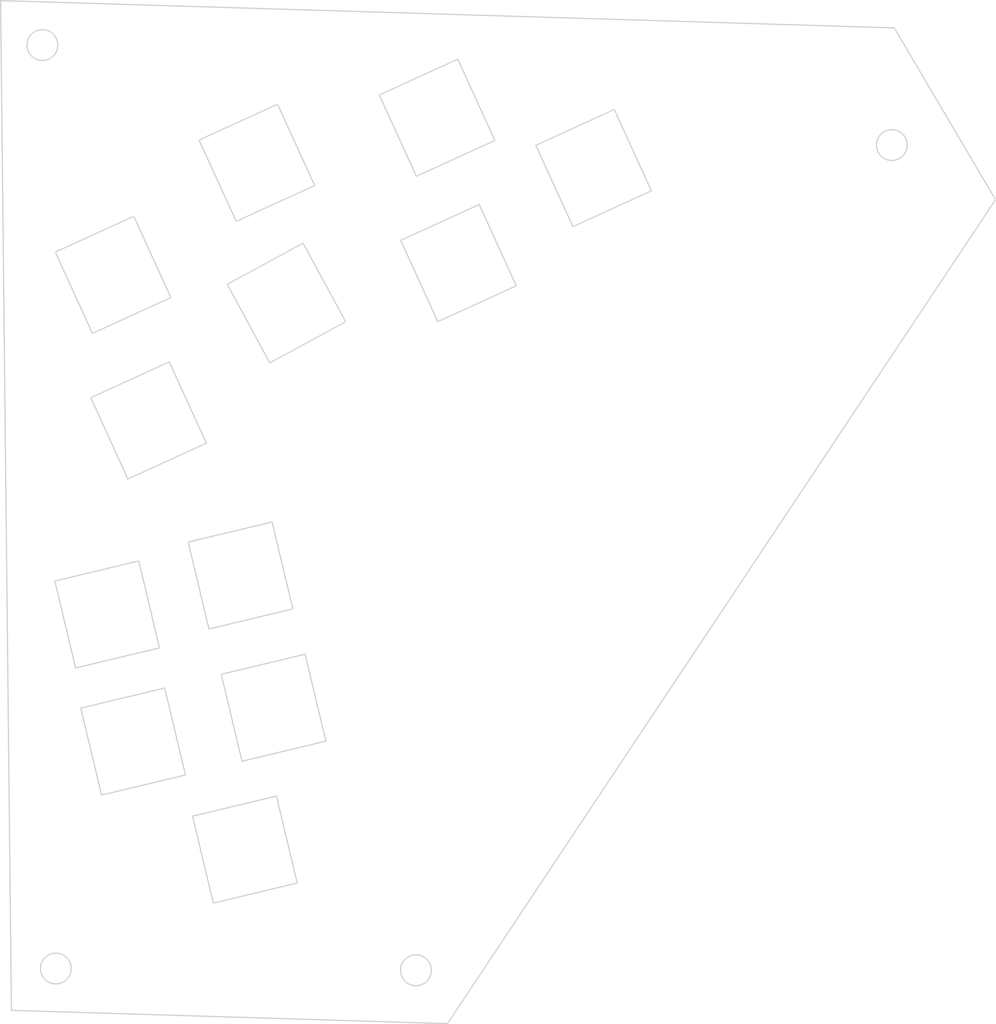
<source format=kicad_pcb>
(kicad_pcb
	(version 20240108)
	(generator "pcbnew")
	(generator_version "8.0")
	(general
		(thickness 1.6)
		(legacy_teardrops no)
	)
	(paper "A4")
	(layers
		(0 "F.Cu" signal)
		(31 "B.Cu" signal)
		(32 "B.Adhes" user "B.Adhesive")
		(33 "F.Adhes" user "F.Adhesive")
		(34 "B.Paste" user)
		(35 "F.Paste" user)
		(36 "B.SilkS" user "B.Silkscreen")
		(37 "F.SilkS" user "F.Silkscreen")
		(38 "B.Mask" user)
		(39 "F.Mask" user)
		(40 "Dwgs.User" user "User.Drawings")
		(41 "Cmts.User" user "User.Comments")
		(42 "Eco1.User" user "User.Eco1")
		(43 "Eco2.User" user "User.Eco2")
		(44 "Edge.Cuts" user)
		(45 "Margin" user)
		(46 "B.CrtYd" user "B.Courtyard")
		(47 "F.CrtYd" user "F.Courtyard")
		(48 "B.Fab" user)
		(49 "F.Fab" user)
		(50 "User.1" user)
		(51 "User.2" user)
		(52 "User.3" user)
		(53 "User.4" user)
		(54 "User.5" user)
		(55 "User.6" user)
		(56 "User.7" user)
		(57 "User.8" user)
		(58 "User.9" user)
	)
	(setup
		(pad_to_mask_clearance 0)
		(allow_soldermask_bridges_in_footprints no)
		(pcbplotparams
			(layerselection 0x00010fc_ffffffff)
			(plot_on_all_layers_selection 0x0001000_80000001)
			(disableapertmacros no)
			(usegerberextensions yes)
			(usegerberattributes no)
			(usegerberadvancedattributes no)
			(creategerberjobfile no)
			(dashed_line_dash_ratio 12.000000)
			(dashed_line_gap_ratio 3.000000)
			(svgprecision 4)
			(plotframeref no)
			(viasonmask no)
			(mode 1)
			(useauxorigin no)
			(hpglpennumber 1)
			(hpglpenspeed 20)
			(hpglpendiameter 15.000000)
			(pdf_front_fp_property_popups yes)
			(pdf_back_fp_property_popups yes)
			(dxfpolygonmode yes)
			(dxfimperialunits yes)
			(dxfusepcbnewfont yes)
			(psnegative no)
			(psa4output no)
			(plotreference yes)
			(plotvalue no)
			(plotfptext yes)
			(plotinvisibletext no)
			(sketchpadsonfab no)
			(subtractmaskfromsilk yes)
			(outputformat 1)
			(mirror no)
			(drillshape 0)
			(scaleselection 1)
			(outputdirectory "")
		)
	)
	(net 0 "")
	(gr_line
		(start 187.797081 25.626829)
		(end 42.76 21.2)
		(stroke
			(width 0.2)
			(type default)
		)
		(layer "Edge.Cuts")
		(uuid "0829c711-b2e6-4c63-9f38-a42dbcabd00c")
	)
	(gr_line
		(start 79.542127 67.223389)
		(end 91.853748 60.558256)
		(stroke
			(width 0.2)
			(type default)
		)
		(layer "Edge.Cuts")
		(uuid "0936d300-8fab-4ac2-b880-5544562ba22e")
	)
	(gr_line
		(start 76.574077 123.152633)
		(end 73.198652 109.050979)
		(stroke
			(width 0.2)
			(type default)
		)
		(layer "Edge.Cuts")
		(uuid "0ba263c9-b652-42ea-9bed-03a16301ff77")
	)
	(gr_line
		(start 98.756926 73.309578)
		(end 86.445301 79.97471)
		(stroke
			(width 0.2)
			(type default)
		)
		(layer "Edge.Cuts")
		(uuid "0dc2f1f1-b92f-44d5-8224-ca0f9e235c12")
	)
	(gr_line
		(start 73.908464 153.522688)
		(end 87.523851 150.263648)
		(stroke
			(width 0.2)
			(type default)
		)
		(layer "Edge.Cuts")
		(uuid "16fabfb7-800f-4e6d-bf66-e3d3626a42a3")
	)
	(gr_line
		(start 116.954027 30.695009)
		(end 122.97392 43.886325)
		(stroke
			(width 0.2)
			(type default)
		)
		(layer "Edge.Cuts")
		(uuid "1b01238d-8665-4e87-beb1-cfd4015f4434")
	)
	(gr_line
		(start 95.55246 141.348816)
		(end 81.937075 144.607849)
		(stroke
			(width 0.2)
			(type default)
		)
		(layer "Edge.Cuts")
		(uuid "1fb1e494-cc15-4299-bd22-c2d4de9764ed")
	)
	(gr_line
		(start 51.56021 115.373767)
		(end 65.175594 112.114737)
		(stroke
			(width 0.2)
			(type default)
		)
		(layer "Edge.Cuts")
		(uuid "26d4be3b-08a2-425e-891d-ac1783b621b4")
	)
	(gr_line
		(start 87.523851 150.263648)
		(end 90.899271 164.365301)
		(stroke
			(width 0.2)
			(type default)
		)
		(layer "Edge.Cuts")
		(uuid "2a19e992-32c0-4994-a943-608f7fb0a193")
	)
	(gr_circle
		(center 49.543187 28.410297)
		(end 52.043187 28.410297)
		(stroke
			(width 0.2)
			(type default)
		)
		(fill none)
		(layer "Edge.Cuts")
		(uuid "2a28ee3b-d2ae-40cb-8d35-8d70a7fd12c1")
	)
	(gr_line
		(start 104.217583 36.507319)
		(end 116.954027 30.695009)
		(stroke
			(width 0.2)
			(type default)
		)
		(layer "Edge.Cuts")
		(uuid "339a25d7-c93c-4df1-9028-207c1de15256")
	)
	(gr_line
		(start 93.726445 51.202146)
		(end 80.99 57.014457)
		(stroke
			(width 0.2)
			(type default)
		)
		(layer "Edge.Cuts")
		(uuid "391df90c-eb9a-4b0e-871c-af5bfdbed778")
	)
	(gr_line
		(start 80.99 57.014457)
		(end 74.970107 43.823138)
		(stroke
			(width 0.2)
			(type default)
		)
		(layer "Edge.Cuts")
		(uuid "3c16432f-c9e6-483d-a403-9b1e2c36a347")
	)
	(gr_line
		(start 74.970107 43.823138)
		(end 87.706552 38.010826)
		(stroke
			(width 0.2)
			(type default)
		)
		(layer "Edge.Cuts")
		(uuid "5034f83b-a8c2-42af-8446-4ef091534705")
	)
	(gr_line
		(start 204.228913 53.489499)
		(end 187.797081 25.626829)
		(stroke
			(width 0.2)
			(type default)
		)
		(layer "Edge.Cuts")
		(uuid "5054877a-900f-4508-8672-83084f0bee36")
	)
	(gr_line
		(start 51.637381 61.998048)
		(end 64.373825 56.185738)
		(stroke
			(width 0.2)
			(type default)
		)
		(layer "Edge.Cuts")
		(uuid "515a147d-4f12-49cd-8b3e-4b43cb399420")
	)
	(gr_line
		(start 69.384226 132.735546)
		(end 72.75966 146.837194)
		(stroke
			(width 0.2)
			(type default)
		)
		(layer "Edge.Cuts")
		(uuid "52f4ffff-c1fb-4180-8a90-35cb0f289d11")
	)
	(gr_line
		(start 142.355867 38.866236)
		(end 148.375761 52.057557)
		(stroke
			(width 0.2)
			(type default)
		)
		(layer "Edge.Cuts")
		(uuid "60d81730-e140-4446-8095-056c1b026aef")
	)
	(gr_line
		(start 73.198652 109.050979)
		(end 86.814034 105.791947)
		(stroke
			(width 0.2)
			(type default)
		)
		(layer "Edge.Cuts")
		(uuid "642b22ab-ac12-473c-84e3-78c98f5fc63c")
	)
	(gr_line
		(start 57.394065 85.626742)
		(end 70.13051 79.814432)
		(stroke
			(width 0.2)
			(type default)
		)
		(layer "Edge.Cuts")
		(uuid "65a56703-990b-4a96-ab23-89b55d496e14")
	)
	(gr_line
		(start 86.814034 105.791947)
		(end 90.189463 119.893602)
		(stroke
			(width 0.2)
			(type default)
		)
		(layer "Edge.Cuts")
		(uuid "68df3b37-88eb-4fda-9e40-0b9e8e09487a")
	)
	(gr_line
		(start 70.393718 69.377056)
		(end 57.657275 75.189366)
		(stroke
			(width 0.2)
			(type default)
		)
		(layer "Edge.Cuts")
		(uuid "6e98b5e5-753c-4e06-80d2-ec570d00fb20")
	)
	(gr_line
		(start 70.13051 79.814432)
		(end 76.150405 93.005751)
		(stroke
			(width 0.2)
			(type default)
		)
		(layer "Edge.Cuts")
		(uuid "77867c56-c135-4ba5-985d-3c91ef8c0f6f")
	)
	(gr_line
		(start 148.375761 52.057557)
		(end 135.639313 57.869867)
		(stroke
			(width 0.2)
			(type default)
		)
		(layer "Edge.Cuts")
		(uuid "7b39397c-5967-42d0-9001-1b9cdc07b210")
	)
	(gr_line
		(start 44.513433 185.027642)
		(end 115.275967 187.18746)
		(stroke
			(width 0.2)
			(type default)
		)
		(layer "Edge.Cuts")
		(uuid "8bfe8ea3-5b43-4c8f-ac7f-88b71203e899")
	)
	(gr_line
		(start 64.373825 56.185738)
		(end 70.393718 69.377056)
		(stroke
			(width 0.2)
			(type default)
		)
		(layer "Edge.Cuts")
		(uuid "9a20b38f-9b26-4445-8d52-e53c4ab4b6ee")
	)
	(gr_line
		(start 86.445301 79.97471)
		(end 79.542127 67.223389)
		(stroke
			(width 0.2)
			(type default)
		)
		(layer "Edge.Cuts")
		(uuid "a32317d8-941c-49df-bb4a-0bf2ec39b110")
	)
	(gr_line
		(start 55.768844 135.994583)
		(end 69.384226 132.735546)
		(stroke
			(width 0.2)
			(type default)
		)
		(layer "Edge.Cuts")
		(uuid "a56194b2-111c-4906-927e-e31b758ae35e")
	)
	(gr_circle
		(center 187.399358 44.638048)
		(end 189.899358 44.638048)
		(stroke
			(width 0.2)
			(type default)
		)
		(fill none)
		(layer "Edge.Cuts")
		(uuid "a74aced1-bc6f-47d8-a280-b0d80f7e76e3")
	)
	(gr_line
		(start 129.619424 44.678548)
		(end 142.355867 38.866236)
		(stroke
			(width 0.2)
			(type default)
		)
		(layer "Edge.Cuts")
		(uuid "ac5c099e-bb46-4c2f-92a3-56c6c7c58021")
	)
	(gr_line
		(start 65.175594 112.114737)
		(end 68.551017 126.216388)
		(stroke
			(width 0.2)
			(type default)
		)
		(layer "Edge.Cuts")
		(uuid "ad9ce6a6-48d9-49ff-92e6-01071dda5981")
	)
	(gr_line
		(start 42.76 21.2)
		(end 44.513433 185.027642)
		(stroke
			(width 0.2)
			(type default)
		)
		(layer "Edge.Cuts")
		(uuid "b4ac2fff-b1f3-420b-8f81-787e63c0bd6e")
	)
	(gr_line
		(start 113.711609 73.285549)
		(end 107.691714 60.094231)
		(stroke
			(width 0.2)
			(type default)
		)
		(layer "Edge.Cuts")
		(uuid "b693e86e-e74f-4808-9c94-1071e405cd82")
	)
	(gr_line
		(start 76.150405 93.005751)
		(end 63.413953 98.818063)
		(stroke
			(width 0.2)
			(type default)
		)
		(layer "Edge.Cuts")
		(uuid "b83210b6-46cc-4efa-853f-eb320ee2cfb6")
	)
	(gr_circle
		(center 110.167268 178.524883)
		(end 112.667268 178.524883)
		(stroke
			(width 0.2)
			(type default)
		)
		(fill none)
		(layer "Edge.Cuts")
		(uuid "c195915f-4048-4167-98d2-948e061a1dd7")
	)
	(gr_line
		(start 90.899271 164.365301)
		(end 77.283889 167.624338)
		(stroke
			(width 0.2)
			(type default)
		)
		(layer "Edge.Cuts")
		(uuid "c36c8c30-8669-47b7-a1ec-2fccb61cef3a")
	)
	(gr_line
		(start 126.448052 67.473238)
		(end 113.711609 73.285549)
		(stroke
			(width 0.2)
			(type default)
		)
		(layer "Edge.Cuts")
		(uuid "c7aa35c1-7368-43bb-ad5c-9028c6889735")
	)
	(gr_line
		(start 72.75966 146.837194)
		(end 59.144278 150.096227)
		(stroke
			(width 0.2)
			(type default)
		)
		(layer "Edge.Cuts")
		(uuid "c80a030a-8102-4fd8-ae88-c1cd61d7cead")
	)
	(gr_line
		(start 110.237478 49.698635)
		(end 104.217583 36.507319)
		(stroke
			(width 0.2)
			(type default)
		)
		(layer "Edge.Cuts")
		(uuid "c8eef906-f3f3-4c1f-ba0b-31a2ace7cbcf")
	)
	(gr_line
		(start 59.144278 150.096227)
		(end 55.768844 135.994583)
		(stroke
			(width 0.2)
			(type default)
		)
		(layer "Edge.Cuts")
		(uuid "cce1e175-733d-403e-8a27-4dad3f1830bf")
	)
	(gr_line
		(start 87.706552 38.010826)
		(end 93.726445 51.202146)
		(stroke
			(width 0.2)
			(type default)
		)
		(layer "Edge.Cuts")
		(uuid "cd84b8e2-794b-4348-ab56-dec20db803fe")
	)
	(gr_line
		(start 92.177028 127.24717)
		(end 95.55246 141.348816)
		(stroke
			(width 0.2)
			(type default)
		)
		(layer "Edge.Cuts")
		(uuid "cfa46d90-df4d-4a03-8e5e-4160d6144535")
	)
	(gr_line
		(start 77.283889 167.624338)
		(end 73.908464 153.522688)
		(stroke
			(width 0.2)
			(type default)
		)
		(layer "Edge.Cuts")
		(uuid "d2e23a3b-2a00-499f-a43c-06fed4d5743a")
	)
	(gr_line
		(start 63.413953 98.818063)
		(end 57.394065 85.626742)
		(stroke
			(width 0.2)
			(type default)
		)
		(layer "Edge.Cuts")
		(uuid "d5393801-611b-4f8e-954c-a05003bc0049")
	)
	(gr_line
		(start 115.275967 187.18746)
		(end 204.228913 53.489499)
		(stroke
			(width 0.2)
			(type default)
		)
		(layer "Edge.Cuts")
		(uuid "d71ab1cc-3c3f-46de-9bde-b79bc3d2ccc0")
	)
	(gr_line
		(start 57.657275 75.189366)
		(end 51.637381 61.998048)
		(stroke
			(width 0.2)
			(type default)
		)
		(layer "Edge.Cuts")
		(uuid "da2f3c94-3ca0-495a-ac97-e9ecd44fa2f8")
	)
	(gr_line
		(start 120.428163 54.281921)
		(end 126.448052 67.473238)
		(stroke
			(width 0.2)
			(type default)
		)
		(layer "Edge.Cuts")
		(uuid "dbc01e47-c60b-4e28-b37c-f978847a4be1")
	)
	(gr_line
		(start 91.853748 60.558256)
		(end 98.756926 73.309578)
		(stroke
			(width 0.2)
			(type default)
		)
		(layer "Edge.Cuts")
		(uuid "e37e7d09-57f8-467b-82a3-6dc2d837826e")
	)
	(gr_line
		(start 78.561646 130.506198)
		(end 92.177028 127.24717)
		(stroke
			(width 0.2)
			(type default)
		)
		(layer "Edge.Cuts")
		(uuid "e66d2915-2054-4c01-9669-6403a6dd4580")
	)
	(gr_line
		(start 81.937075 144.607849)
		(end 78.561646 130.506198)
		(stroke
			(width 0.2)
			(type default)
		)
		(layer "Edge.Cuts")
		(uuid "e6a89667-72d8-45d1-bb5f-347727639913")
	)
	(gr_line
		(start 107.691714 60.094231)
		(end 120.428163 54.281921)
		(stroke
			(width 0.2)
			(type default)
		)
		(layer "Edge.Cuts")
		(uuid "eab367cc-1378-4aab-8e26-89fec483442b")
	)
	(gr_line
		(start 54.935633 129.47542)
		(end 51.56021 115.373767)
		(stroke
			(width 0.2)
			(type default)
		)
		(layer "Edge.Cuts")
		(uuid "ec6cfc93-f1e5-48f1-95ef-a369dbf0a6a5")
	)
	(gr_line
		(start 122.97392 43.886325)
		(end 110.237478 49.698635)
		(stroke
			(width 0.2)
			(type default)
		)
		(layer "Edge.Cuts")
		(uuid "ef12cfcf-461b-433c-8a9d-dcd856c5f750")
	)
	(gr_line
		(start 68.551017 126.216388)
		(end 54.935633 129.47542)
		(stroke
			(width 0.2)
			(type default)
		)
		(layer "Edge.Cuts")
		(uuid "ef23de8e-29ad-4b1e-afe4-213777507934")
	)
	(gr_line
		(start 135.639313 57.869867)
		(end 129.619424 44.678548)
		(stroke
			(width 0.2)
			(type default)
		)
		(layer "Edge.Cuts")
		(uuid "f26b01f8-6e86-4681-a803-a7a3bbf21a97")
	)
	(gr_circle
		(center 51.723729 178.244455)
		(end 54.223729 178.244455)
		(stroke
			(width 0.2)
			(type default)
		)
		(fill none)
		(layer "Edge.Cuts")
		(uuid "fcda1bc6-cb5c-4c60-94b9-d8b7de48ab99")
	)
	(gr_line
		(start 90.189463 119.893602)
		(end 76.574077 123.152633)
		(stroke
			(width 0.2)
			(type default)
		)
		(layer "Edge.Cuts")
		(uuid "ff1c37c4-2981-42da-b8a4-504d4b370175")
	)
	(group ""
		(uuid "bc9dda83-225f-499b-a34d-859de1dba9b1")
		(members "0829c711-b2e6-4c63-9f38-a42dbcabd00c" "0936d300-8fab-4ac2-b880-5544562ba22e"
			"0ba263c9-b652-42ea-9bed-03a16301ff77" "0dc2f1f1-b92f-44d5-8224-ca0f9e235c12"
			"16fabfb7-800f-4e6d-bf66-e3d3626a42a3" "1b01238d-8665-4e87-beb1-cfd4015f4434"
			"1fb1e494-cc15-4299-bd22-c2d4de9764ed" "26d4be3b-08a2-425e-891d-ac1783b621b4"
			"2a19e992-32c0-4994-a943-608f7fb0a193" "2a28ee3b-d2ae-40cb-8d35-8d70a7fd12c1"
			"339a25d7-c93c-4df1-9028-207c1de15256" "391df90c-eb9a-4b0e-871c-af5bfdbed778"
			"3c16432f-c9e6-483d-a403-9b1e2c36a347" "5034f83b-a8c2-42af-8446-4ef091534705"
			"5054877a-900f-4508-8672-83084f0bee36" "515a147d-4f12-49cd-8b3e-4b43cb399420"
			"52f4ffff-c1fb-4180-8a90-35cb0f289d11" "60d81730-e140-4446-8095-056c1b026aef"
			"642b22ab-ac12-473c-84e3-78c98f5fc63c" "65a56703-990b-4a96-ab23-89b55d496e14"
			"68df3b37-88eb-4fda-9e40-0b9e8e09487a" "6e98b5e5-753c-4e06-80d2-ec570d00fb20"
			"77867c56-c135-4ba5-985d-3c91ef8c0f6f" "7b39397c-5967-42d0-9001-1b9cdc07b210"
			"8bfe8ea3-5b43-4c8f-ac7f-88b71203e899" "9a20b38f-9b26-4445-8d52-e53c4ab4b6ee"
			"a32317d8-941c-49df-bb4a-0bf2ec39b110" "a56194b2-111c-4906-927e-e31b758ae35e"
			"a74aced1-bc6f-47d8-a280-b0d80f7e76e3" "ac5c099e-bb46-4c2f-92a3-56c6c7c58021"
			"ad9ce6a6-48d9-49ff-92e6-01071dda5981" "b4ac2fff-b1f3-420b-8f81-787e63c0bd6e"
			"b693e86e-e74f-4808-9c94-1071e405cd82" "b83210b6-46cc-4efa-853f-eb320ee2cfb6"
			"c195915f-4048-4167-98d2-948e061a1dd7" "c36c8c30-8669-47b7-a1ec-2fccb61cef3a"
			"c7aa35c1-7368-43bb-ad5c-9028c6889735" "c80a030a-8102-4fd8-ae88-c1cd61d7cead"
			"c8eef906-f3f3-4c1f-ba0b-31a2ace7cbcf" "cce1e175-733d-403e-8a27-4dad3f1830bf"
			"cd84b8e2-794b-4348-ab56-dec20db803fe" "cfa46d90-df4d-4a03-8e5e-4160d6144535"
			"d2e23a3b-2a00-499f-a43c-06fed4d5743a" "d5393801-611b-4f8e-954c-a05003bc0049"
			"d71ab1cc-3c3f-46de-9bde-b79bc3d2ccc0" "da2f3c94-3ca0-495a-ac97-e9ecd44fa2f8"
			"dbc01e47-c60b-4e28-b37c-f978847a4be1" "e37e7d09-57f8-467b-82a3-6dc2d837826e"
			"e66d2915-2054-4c01-9669-6403a6dd4580" "e6a89667-72d8-45d1-bb5f-347727639913"
			"eab367cc-1378-4aab-8e26-89fec483442b" "ec6cfc93-f1e5-48f1-95ef-a369dbf0a6a5"
			"ef12cfcf-461b-433c-8a9d-dcd856c5f750" "ef23de8e-29ad-4b1e-afe4-213777507934"
			"f26b01f8-6e86-4681-a803-a7a3bbf21a97" "fcda1bc6-cb5c-4c60-94b9-d8b7de48ab99"
			"ff1c37c4-2981-42da-b8a4-504d4b370175"
		)
	)
)

</source>
